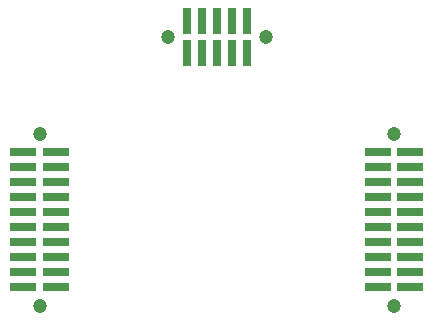
<source format=gbs>
G04 #@! TF.FileFunction,Soldermask,Bot*
%FSLAX46Y46*%
G04 Gerber Fmt 4.6, Leading zero omitted, Abs format (unit mm)*
G04 Created by KiCad (PCBNEW 4.1.0-alpha+201605071002+6776~44~ubuntu14.04.1-product) date Mon 25 Jul 2016 08:13:45 BST*
%MOMM*%
%LPD*%
G01*
G04 APERTURE LIST*
%ADD10C,0.100000*%
%ADD11R,2.220000X0.740000*%
%ADD12C,1.200000*%
%ADD13R,0.740000X2.220000*%
G04 APERTURE END LIST*
D10*
D11*
X113635000Y-94285000D03*
X116365000Y-94285000D03*
X113635000Y-95555000D03*
X116365000Y-95555000D03*
X113635000Y-96825000D03*
X116365000Y-96825000D03*
X113635000Y-98095000D03*
X116365000Y-98095000D03*
X113635000Y-99365000D03*
X116365000Y-99365000D03*
X113635000Y-100635000D03*
X116365000Y-100635000D03*
X113635000Y-101905000D03*
X116365000Y-101905000D03*
X113635000Y-103175000D03*
X116365000Y-103175000D03*
X113635000Y-104445000D03*
X116365000Y-104445000D03*
X113635000Y-105715000D03*
X116365000Y-105715000D03*
D12*
X115000000Y-107305000D03*
X115000000Y-92695000D03*
D11*
X83635000Y-94285000D03*
X86365000Y-94285000D03*
X83635000Y-95555000D03*
X86365000Y-95555000D03*
X83635000Y-96825000D03*
X86365000Y-96825000D03*
X83635000Y-98095000D03*
X86365000Y-98095000D03*
X83635000Y-99365000D03*
X86365000Y-99365000D03*
X83635000Y-100635000D03*
X86365000Y-100635000D03*
X83635000Y-101905000D03*
X86365000Y-101905000D03*
X83635000Y-103175000D03*
X86365000Y-103175000D03*
X83635000Y-104445000D03*
X86365000Y-104445000D03*
X83635000Y-105715000D03*
X86365000Y-105715000D03*
D12*
X85000000Y-107305000D03*
X85000000Y-92695000D03*
D13*
X97460000Y-85865000D03*
X97460000Y-83135000D03*
X98730000Y-85865000D03*
X98730000Y-83135000D03*
X100000000Y-85865000D03*
X100000000Y-83135000D03*
X101270000Y-85865000D03*
X101270000Y-83135000D03*
X102540000Y-85865000D03*
X102540000Y-83135000D03*
D12*
X104130000Y-84500000D03*
X95870000Y-84500000D03*
M02*

</source>
